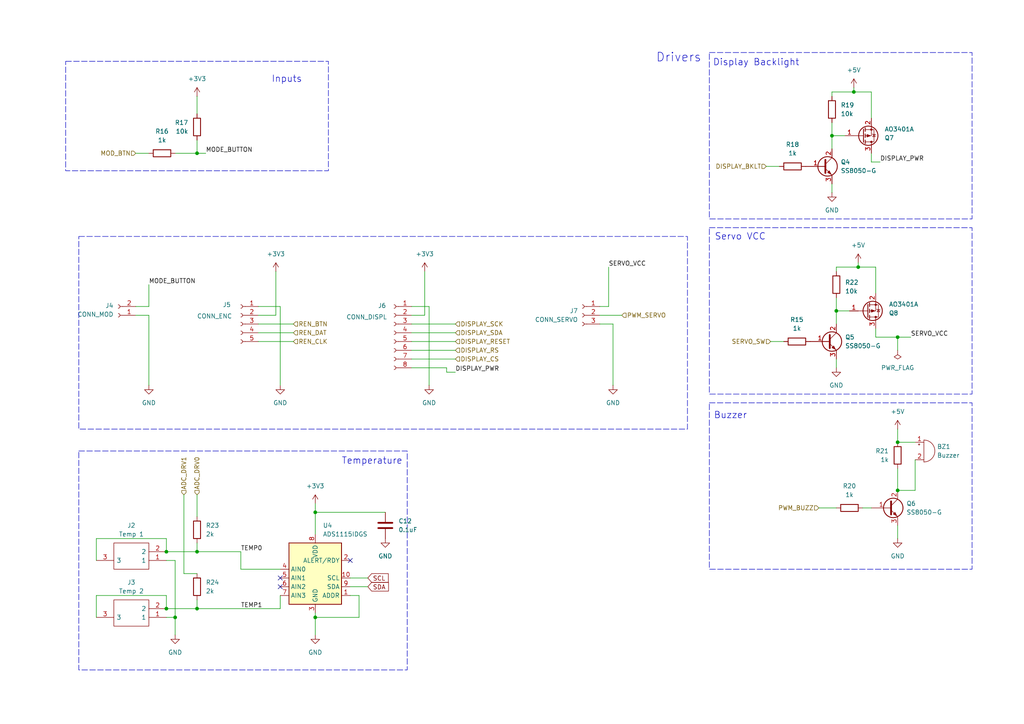
<source format=kicad_sch>
(kicad_sch (version 20231120) (generator "eeschema") (generator_version "8.0")
  (paper "A4")
  (lib_symbols
    (symbol "Analog_ADC:ADS1115IDGS"
      (property "Reference" "U" (at 2.54 13.97 0))
      (property "Value" "ADS1115IDGS" (at 7.62 11.43 0))
      (symbol "ADS1115IDGS_0_1"
        (rectangle (start -7.62 10.16) (end 7.62 -7.62) (stroke (width 0.254)) (fill (type background)))
      )
      (symbol "ADS1115IDGS_1_1"
        (pin input line (at 10.16 -5.08 180) (length 2.54) (name "ADDR") (number "1"))
        (pin input line (at 10.16 0 180) (length 2.54) (name "SCL") (number "10"))
        (pin output line (at 10.16 5.08 180) (length 2.54) (name "ALERT/RDY") (number "2"))
        (pin power_in line (at 0 -10.16 90) (length 2.54) (name "GND") (number "3"))
        (pin input line (at -10.16 2.54 0) (length 2.54) (name "AIN0") (number "4"))
        (pin input line (at -10.16 0 0) (length 2.54) (name "AIN1") (number "5"))
        (pin input line (at -10.16 -2.54 0) (length 2.54) (name "AIN2") (number "6"))
        (pin input line (at -10.16 -5.08 0) (length 2.54) (name "AIN3") (number "7"))
        (pin power_in line (at 0 12.7 270) (length 2.54) (name "VDD") (number "8"))
        (pin bidirectional line (at 10.16 -2.54 180) (length 2.54) (name "SDA") (number "9"))
      )
    )
    (symbol "Chof747 Connectors:MJ-2509N" (pin_names (offset 0.762))
      (property "Reference" "J2" (at 10.16 -8.89 0))
      (property "Value" "Temp 1" (at 10.16 -6.35 0))
      (symbol "MJ-2509N_0_0"
        (pin passive line (at 0 0 0) (length 5.08) (name "1") (number "1"))
        (pin passive line (at 0 -2.54 0) (length 5.08) (name "2") (number "2"))
        (pin passive line (at 20.32 0 180) (length 5.08) (name "3") (number "3"))
      )
      (symbol "MJ-2509N_0_1"
        (polyline (pts (xy 5.08 2.54) (xy 15.24 2.54) (xy 15.24 -5.08) (xy 5.08 -5.08) (xy 5.08 2.54)) (stroke (width 0.1524)))
      )
    )
    (symbol "Connector:Conn_01x02_Socket" (pin_names (offset 1.016) hide)
      (property "Reference" "J" (at 0 2.54 0))
      (property "Value" "Conn_01x02_Socket" (at 0 -5.08 0))
      (symbol "Conn_01x02_Socket_1_1"
        (arc (start 0 -2.032) (mid -0.5058 -2.54) (end 0 -3.048) (stroke (width 0.1524)))
        (polyline (pts (xy -1.27 -2.54) (xy -0.508 -2.54)) (stroke (width 0.1524)))
        (polyline (pts (xy -1.27 0) (xy -0.508 0)) (stroke (width 0.1524)))
        (arc (start 0 0.508) (mid -0.5058 0) (end 0 -0.508) (stroke (width 0.1524)))
        (pin passive line (at -5.08 0 0) (length 3.81) (name "Pin_1") (number "1"))
        (pin passive line (at -5.08 -2.54 0) (length 3.81) (name "Pin_2") (number "2"))
      )
    )
    (symbol "Connector:Conn_01x03_Socket" (pin_names (offset 1.016) hide)
      (property "Reference" "J" (at 0 5.08 0))
      (property "Value" "Conn_01x03_Socket" (at 0 -5.08 0))
      (symbol "Conn_01x03_Socket_1_1"
        (arc (start 0 -2.032) (mid -0.5058 -2.54) (end 0 -3.048) (stroke (width 0.1524)))
        (polyline (pts (xy -1.27 -2.54) (xy -0.508 -2.54)) (stroke (width 0.1524)))
        (polyline (pts (xy -1.27 0) (xy -0.508 0)) (stroke (width 0.1524)))
        (polyline (pts (xy -1.27 2.54) (xy -0.508 2.54)) (stroke (width 0.1524)))
        (arc (start 0 0.508) (mid -0.5058 0) (end 0 -0.508) (stroke (width 0.1524)))
        (arc (start 0 3.048) (mid -0.5058 2.54) (end 0 2.032) (stroke (width 0.1524)))
        (pin passive line (at -5.08 2.54 0) (length 3.81) (name "Pin_1") (number "1"))
        (pin passive line (at -5.08 0 0) (length 3.81) (name "Pin_2") (number "2"))
        (pin passive line (at -5.08 -2.54 0) (length 3.81) (name "Pin_3") (number "3"))
      )
    )
    (symbol "Connector:Conn_01x05_Socket" (pin_names (offset 1.016) hide)
      (property "Reference" "J" (at 0 7.62 0))
      (property "Value" "Conn_01x05_Socket" (at 0 -7.62 0))
      (symbol "Conn_01x05_Socket_1_1"
        (arc (start 0 -4.572) (mid -0.5058 -5.08) (end 0 -5.588) (stroke (width 0.1524)))
        (arc (start 0 -2.032) (mid -0.5058 -2.54) (end 0 -3.048) (stroke (width 0.1524)))
        (polyline (pts (xy -1.27 -5.08) (xy -0.508 -5.08)) (stroke (width 0.1524)))
        (polyline (pts (xy -1.27 -2.54) (xy -0.508 -2.54)) (stroke (width 0.1524)))
        (polyline (pts (xy -1.27 0) (xy -0.508 0)) (stroke (width 0.1524)))
        (polyline (pts (xy -1.27 2.54) (xy -0.508 2.54)) (stroke (width 0.1524)))
        (polyline (pts (xy -1.27 5.08) (xy -0.508 5.08)) (stroke (width 0.1524)))
        (arc (start 0 0.508) (mid -0.5058 0) (end 0 -0.508) (stroke (width 0.1524)))
        (arc (start 0 3.048) (mid -0.5058 2.54) (end 0 2.032) (stroke (width 0.1524)))
        (arc (start 0 5.588) (mid -0.5058 5.08) (end 0 4.572) (stroke (width 0.1524)))
        (pin passive line (at -5.08 5.08 0) (length 3.81) (name "Pin_1") (number "1"))
        (pin passive line (at -5.08 2.54 0) (length 3.81) (name "Pin_2") (number "2"))
        (pin passive line (at -5.08 0 0) (length 3.81) (name "Pin_3") (number "3"))
        (pin passive line (at -5.08 -2.54 0) (length 3.81) (name "Pin_4") (number "4"))
        (pin passive line (at -5.08 -5.08 0) (length 3.81) (name "Pin_5") (number "5"))
      )
    )
    (symbol "Connector:Conn_01x08_Socket" (pin_names (offset 1.016) hide)
      (property "Reference" "J" (at 0 10.16 0))
      (property "Value" "Conn_01x08_Socket" (at 0 -12.7 0))
      (symbol "Conn_01x08_Socket_1_1"
        (arc (start 0 -9.652) (mid -0.5058 -10.16) (end 0 -10.668) (stroke (width 0.1524)))
        (arc (start 0 -7.112) (mid -0.5058 -7.62) (end 0 -8.128) (stroke (width 0.1524)))
        (arc (start 0 -4.572) (mid -0.5058 -5.08) (end 0 -5.588) (stroke (width 0.1524)))
        (arc (start 0 -2.032) (mid -0.5058 -2.54) (end 0 -3.048) (stroke (width 0.1524)))
        (polyline (pts (xy -1.27 -10.16) (xy -0.508 -10.16)) (stroke (width 0.1524)))
        (polyline (pts (xy -1.27 -7.62) (xy -0.508 -7.62)) (stroke (width 0.1524)))
        (polyline (pts (xy -1.27 -5.08) (xy -0.508 -5.08)) (stroke (width 0.1524)))
        (polyline (pts (xy -1.27 -2.54) (xy -0.508 -2.54)) (stroke (width 0.1524)))
        (polyline (pts (xy -1.27 0) (xy -0.508 0)) (stroke (width 0.1524)))
        (polyline (pts (xy -1.27 2.54) (xy -0.508 2.54)) (stroke (width 0.1524)))
        (polyline (pts (xy -1.27 5.08) (xy -0.508 5.08)) (stroke (width 0.1524)))
        (polyline (pts (xy -1.27 7.62) (xy -0.508 7.62)) (stroke (width 0.1524)))
        (arc (start 0 0.508) (mid -0.5058 0) (end 0 -0.508) (stroke (width 0.1524)))
        (arc (start 0 3.048) (mid -0.5058 2.54) (end 0 2.032) (stroke (width 0.1524)))
        (arc (start 0 5.588) (mid -0.5058 5.08) (end 0 4.572) (stroke (width 0.1524)))
        (arc (start 0 8.128) (mid -0.5058 7.62) (end 0 7.112) (stroke (width 0.1524)))
        (pin passive line (at -5.08 7.62 0) (length 3.81) (name "Pin_1") (number "1"))
        (pin passive line (at -5.08 5.08 0) (length 3.81) (name "Pin_2") (number "2"))
        (pin passive line (at -5.08 2.54 0) (length 3.81) (name "Pin_3") (number "3"))
        (pin passive line (at -5.08 0 0) (length 3.81) (name "Pin_4") (number "4"))
        (pin passive line (at -5.08 -2.54 0) (length 3.81) (name "Pin_5") (number "5"))
        (pin passive line (at -5.08 -5.08 0) (length 3.81) (name "Pin_6") (number "6"))
        (pin passive line (at -5.08 -7.62 0) (length 3.81) (name "Pin_7") (number "7"))
        (pin passive line (at -5.08 -10.16 0) (length 3.81) (name "Pin_8") (number "8"))
      )
    )
    (symbol "Device:Buzzer" (pin_names (offset 0.0254) hide)
      (property "Reference" "BZ" (at 3.81 1.27 0))
      (property "Value" "Buzzer" (at 3.81 -1.27 0))
      (symbol "Buzzer_0_1"
        (arc (start 0 -3.175) (mid 3.1612 0) (end 0 3.175))
        (polyline (pts (xy -1.651 1.905) (xy -1.143 1.905)))
        (polyline (pts (xy -1.397 2.159) (xy -1.397 1.651)))
        (polyline (pts (xy 0 3.175) (xy 0 -3.175)))
      )
      (symbol "Buzzer_1_1"
        (pin passive line (at -2.54 2.54 0) (length 2.54) (name "+") (number "1"))
        (pin passive line (at -2.54 -2.54 0) (length 2.54) (name "-") (number "2"))
      )
    )
    (symbol "Device:C" (pin_numbers hide) (pin_names (offset 0.254))
      (property "Reference" "C" (at 0.635 2.54 0))
      (property "Value" "C" (at 0.635 -2.54 0))
      (symbol "C_0_1"
        (polyline (pts (xy -2.032 -0.762) (xy 2.032 -0.762)) (stroke (width 0.508)))
        (polyline (pts (xy -2.032 0.762) (xy 2.032 0.762)) (stroke (width 0.508)))
      )
      (symbol "C_1_1"
        (pin passive line (at 0 3.81 270) (length 2.794) (name "~") (number "1"))
        (pin passive line (at 0 -3.81 90) (length 2.794) (name "~") (number "2"))
      )
    )
    (symbol "Device:Q_NPN_BCE" (pin_names (offset 0) hide)
      (property "Reference" "Q" (at 5.08 1.27 0))
      (property "Value" "Q_NPN_BCE" (at 5.08 -1.27 0))
      (symbol "Q_NPN_BCE_0_1"
        (polyline (pts (xy 0.635 0.635) (xy 2.54 2.54)))
        (polyline (pts (xy 0.635 -0.635) (xy 2.54 -2.54) (xy 2.54 -2.54)))
        (polyline (pts (xy 0.635 1.905) (xy 0.635 -1.905) (xy 0.635 -1.905)) (stroke (width 0.508)))
        (polyline (pts (xy 1.27 -1.778) (xy 1.778 -1.27) (xy 2.286 -2.286) (xy 1.27 -1.778) (xy 1.27 -1.778)) (fill (type outline)))
        (circle (center 1.27 0) (radius 2.8194) (stroke (width 0.254)))
      )
      (symbol "Q_NPN_BCE_1_1"
        (pin input line (at -5.08 0 0) (length 5.715) (name "B") (number "1"))
        (pin passive line (at 2.54 5.08 270) (length 2.54) (name "C") (number "2"))
        (pin passive line (at 2.54 -5.08 90) (length 2.54) (name "E") (number "3"))
      )
    )
    (symbol "Device:R" (pin_numbers hide) (pin_names (offset 0))
      (property "Reference" "R" (at 2.032 0 90))
      (property "Value" "R" (at 0 0 90))
      (symbol "R_0_1"
        (rectangle (start -1.016 -2.54) (end 1.016 2.54) (stroke (width 0.254)))
      )
      (symbol "R_1_1"
        (pin passive line (at 0 3.81 270) (length 1.27) (name "~") (number "1"))
        (pin passive line (at 0 -3.81 90) (length 1.27) (name "~") (number "2"))
      )
    )
    (symbol "Transistor_FET:AO3401A" (pin_names hide)
      (property "Reference" "Q" (at 5.08 1.905 0))
      (property "Value" "AO3401A" (at 5.08 0 0))
      (symbol "AO3401A_0_1"
        (polyline (pts (xy 0.254 0) (xy -2.54 0)))
        (polyline (pts (xy 0.254 1.905) (xy 0.254 -1.905)) (stroke (width 0.254)))
        (polyline (pts (xy 0.762 -1.27) (xy 0.762 -2.286)) (stroke (width 0.254)))
        (polyline (pts (xy 0.762 0.508) (xy 0.762 -0.508)) (stroke (width 0.254)))
        (polyline (pts (xy 0.762 2.286) (xy 0.762 1.27)) (stroke (width 0.254)))
        (polyline (pts (xy 2.54 2.54) (xy 2.54 1.778)))
        (polyline (pts (xy 2.54 -2.54) (xy 2.54 0) (xy 0.762 0)))
        (polyline (pts (xy 0.762 1.778) (xy 3.302 1.778) (xy 3.302 -1.778) (xy 0.762 -1.778)))
        (polyline (pts (xy 2.286 0) (xy 1.27 0.381) (xy 1.27 -0.381) (xy 2.286 0)) (fill (type outline)))
        (polyline (pts (xy 2.794 -0.508) (xy 2.921 -0.381) (xy 3.683 -0.381) (xy 3.81 -0.254)))
        (polyline (pts (xy 3.302 -0.381) (xy 2.921 0.254) (xy 3.683 0.254) (xy 3.302 -0.381)))
        (circle (center 1.651 0) (radius 2.794) (stroke (width 0.254)))
        (circle (center 2.54 -1.778) (radius 0.254) (fill (type outline)))
        (circle (center 2.54 1.778) (radius 0.254) (fill (type outline)))
      )
      (symbol "AO3401A_1_1"
        (pin input line (at -5.08 0 0) (length 2.54) (name "G") (number "1"))
        (pin passive line (at 2.54 -5.08 90) (length 2.54) (name "S") (number "2"))
        (pin passive line (at 2.54 5.08 270) (length 2.54) (name "D") (number "3"))
      )
    )
    (symbol "power:+3V3" (power) (pin_numbers hide) (pin_names (offset 0) hide)
      (property "Value" "+3V3" (at 0 3.556 0))
      (symbol "+3V3_0_1"
        (polyline (pts (xy -0.762 1.27) (xy 0 2.54)))
        (polyline (pts (xy 0 0) (xy 0 2.54)))
        (polyline (pts (xy 0 2.54) (xy 0.762 1.27)))
      )
      (symbol "+3V3_1_1"
        (pin power_in line (at 0 0 90) (length 0) (name "~") (number "1"))
      )
    )
    (symbol "power:+5V" (power) (pin_numbers hide) (pin_names (offset 0) hide)
      (property "Value" "+5V" (at 0 3.556 0))
      (symbol "+5V_0_1"
        (polyline (pts (xy -0.762 1.27) (xy 0 2.54)))
        (polyline (pts (xy 0 0) (xy 0 2.54)))
        (polyline (pts (xy 0 2.54) (xy 0.762 1.27)))
      )
      (symbol "+5V_1_1"
        (pin power_in line (at 0 0 90) (length 0) (name "~") (number "1"))
      )
    )
    (symbol "power:GND" (power) (pin_numbers hide) (pin_names (offset 0) hide)
      (property "Value" "GND" (at 0 -3.81 0))
      (symbol "GND_0_1"
        (polyline (pts (xy 0 0) (xy 0 -1.27) (xy 1.27 -1.27) (xy 0 -2.54) (xy -1.27 -1.27) (xy 0 -1.27)))
      )
      (symbol "GND_1_1"
        (pin power_in line (at 0 0 270) (length 0) (name "~") (number "1"))
      )
    )
    (symbol "power:PWR_FLAG" (power) (pin_numbers hide) (pin_names (offset 0) hide)
      (property "Value" "PWR_FLAG" (at 0 3.81 0))
      (symbol "PWR_FLAG_0_0"
        (pin power_out line (at 0 0 90) (length 0) (name "~") (number "1"))
      )
      (symbol "PWR_FLAG_0_1"
        (polyline (pts (xy 0 0) (xy 0 1.27) (xy -1.016 1.905) (xy 0 2.54) (xy 1.016 1.905) (xy 0 1.27)))
      )
    )
  )
  (junction (at 57.15 160.02))
  (junction (at 48.26 176.53))
  (junction (at 260.35 128.27))
  (junction (at 260.35 142.24))
  (junction (at 91.44 179.07))
  (junction (at 57.15 44.45))
  (junction (at 91.44 148.59))
  (junction (at 241.3 39.37))
  (junction (at 242.57 90.17))
  (junction (at 247.65 26.67))
  (junction (at 248.92 77.47))
  (junction (at 57.15 176.53))
  (junction (at 48.26 160.02))
  (junction (at 260.35 97.79))
  (junction (at 50.8 179.07))
  (no_connect (at 81.28 170.18))
  (no_connect (at 101.6 162.56))
  (no_connect (at 81.28 167.64))
  (wire (pts (xy 173.99 93.98) (xy 177.8 93.98)))
  (wire (pts (xy 254 77.47) (xy 254 85.09)))
  (wire (pts (xy 237.49 147.32) (xy 242.57 147.32)))
  (wire (pts (xy 129.54 107.95) (xy 132.08 107.95)))
  (wire (pts (xy 50.8 44.45) (xy 57.15 44.45)))
  (wire (pts (xy 81.28 111.76) (xy 81.28 88.9)))
  (wire (pts (xy 247.65 25.4) (xy 247.65 26.67)))
  (wire (pts (xy 91.44 179.07) (xy 91.44 184.15)))
  (wire (pts (xy 248.92 77.47) (xy 254 77.47)))
  (wire (pts (xy 247.65 26.67) (xy 241.3 26.67)))
  (wire (pts (xy 119.38 93.98) (xy 132.08 93.98)))
  (wire (pts (xy 48.26 176.53) (xy 57.15 176.53)))
  (wire (pts (xy 59.69 44.45) (xy 57.15 44.45)))
  (wire (pts (xy 242.57 90.17) (xy 246.38 90.17)))
  (wire (pts (xy 119.38 101.6) (xy 132.08 101.6)))
  (wire (pts (xy 254 97.79) (xy 260.35 97.79)))
  (wire (pts (xy 74.93 99.06) (xy 85.09 99.06)))
  (wire (pts (xy 81.28 88.9) (xy 74.93 88.9)))
  (wire (pts (xy 57.15 157.48) (xy 57.15 160.02)))
  (wire (pts (xy 80.01 78.74) (xy 80.01 91.44)))
  (wire (pts (xy 57.15 173.99) (xy 57.15 176.53)))
  (wire (pts (xy 265.43 133.35) (xy 265.43 142.24)))
  (wire (pts (xy 27.94 162.56) (xy 27.94 156.21)))
  (wire (pts (xy 242.57 77.47) (xy 242.57 78.74)))
  (wire (pts (xy 250.19 147.32) (xy 252.73 147.32)))
  (wire (pts (xy 48.26 156.21) (xy 48.26 160.02)))
  (wire (pts (xy 101.6 167.64) (xy 106.68 167.64)))
  (wire (pts (xy 48.26 179.07) (xy 50.8 179.07)))
  (wire (pts (xy 27.94 156.21) (xy 48.26 156.21)))
  (wire (pts (xy 27.94 179.07) (xy 27.94 172.72)))
  (wire (pts (xy 50.8 179.07) (xy 50.8 184.15)))
  (wire (pts (xy 39.37 44.45) (xy 43.18 44.45)))
  (wire (pts (xy 242.57 104.14) (xy 242.57 106.68)))
  (wire (pts (xy 176.53 77.47) (xy 176.53 88.9)))
  (wire (pts (xy 265.43 142.24) (xy 260.35 142.24)))
  (wire (pts (xy 241.3 53.34) (xy 241.3 55.88)))
  (wire (pts (xy 43.18 88.9) (xy 43.18 82.55)))
  (wire (pts (xy 48.26 172.72) (xy 48.26 176.53)))
  (wire (pts (xy 248.92 76.2) (xy 248.92 77.47)))
  (wire (pts (xy 101.6 172.72) (xy 104.14 172.72)))
  (wire (pts (xy 241.3 39.37) (xy 245.11 39.37)))
  (wire (pts (xy 252.73 26.67) (xy 252.73 34.29)))
  (wire (pts (xy 91.44 146.05) (xy 91.44 148.59)))
  (wire (pts (xy 27.94 172.72) (xy 48.26 172.72)))
  (wire (pts (xy 260.35 128.27) (xy 265.43 128.27)))
  (wire (pts (xy 124.46 88.9) (xy 124.46 111.76)))
  (wire (pts (xy 57.15 160.02) (xy 69.85 160.02)))
  (wire (pts (xy 57.15 27.94) (xy 57.15 33.02)))
  (wire (pts (xy 252.73 44.45) (xy 252.73 46.99)))
  (wire (pts (xy 260.35 97.79) (xy 260.35 101.6)))
  (wire (pts (xy 260.35 124.46) (xy 260.35 128.27)))
  (wire (pts (xy 57.15 176.53) (xy 81.28 176.53)))
  (wire (pts (xy 247.65 26.67) (xy 252.73 26.67)))
  (wire (pts (xy 74.93 91.44) (xy 80.01 91.44)))
  (wire (pts (xy 104.14 172.72) (xy 104.14 179.07)))
  (wire (pts (xy 260.35 152.4) (xy 260.35 156.21)))
  (wire (pts (xy 50.8 162.56) (xy 50.8 179.07)))
  (wire (pts (xy 48.26 162.56) (xy 50.8 162.56)))
  (wire (pts (xy 57.15 143.51) (xy 57.15 149.86)))
  (wire (pts (xy 57.15 166.37) (xy 53.34 166.37)))
  (wire (pts (xy 104.14 179.07) (xy 91.44 179.07)))
  (wire (pts (xy 241.3 35.56) (xy 241.3 39.37)))
  (wire (pts (xy 43.18 91.44) (xy 39.37 91.44)))
  (wire (pts (xy 69.85 165.1) (xy 81.28 165.1)))
  (wire (pts (xy 254 95.25) (xy 254 97.79)))
  (wire (pts (xy 241.3 39.37) (xy 241.3 43.18)))
  (wire (pts (xy 242.57 90.17) (xy 242.57 93.98)))
  (wire (pts (xy 74.93 96.52) (xy 85.09 96.52)))
  (wire (pts (xy 48.26 160.02) (xy 57.15 160.02)))
  (wire (pts (xy 241.3 26.67) (xy 241.3 27.94)))
  (wire (pts (xy 91.44 148.59) (xy 111.76 148.59)))
  (wire (pts (xy 119.38 88.9) (xy 124.46 88.9)))
  (wire (pts (xy 119.38 104.14) (xy 132.08 104.14)))
  (wire (pts (xy 252.73 46.99) (xy 255.27 46.99)))
  (wire (pts (xy 242.57 86.36) (xy 242.57 90.17)))
  (wire (pts (xy 223.52 99.06) (xy 227.33 99.06)))
  (wire (pts (xy 119.38 99.06) (xy 132.08 99.06)))
  (wire (pts (xy 91.44 177.8) (xy 91.44 179.07)))
  (wire (pts (xy 69.85 160.02) (xy 69.85 165.1)))
  (wire (pts (xy 53.34 143.51) (xy 53.34 166.37)))
  (wire (pts (xy 119.38 106.68) (xy 129.54 106.68)))
  (wire (pts (xy 123.19 78.74) (xy 123.19 91.44)))
  (wire (pts (xy 119.38 96.52) (xy 132.08 96.52)))
  (wire (pts (xy 123.19 91.44) (xy 119.38 91.44)))
  (wire (pts (xy 173.99 88.9) (xy 176.53 88.9)))
  (wire (pts (xy 57.15 40.64) (xy 57.15 44.45)))
  (wire (pts (xy 129.54 106.68) (xy 129.54 107.95)))
  (wire (pts (xy 43.18 111.76) (xy 43.18 91.44)))
  (wire (pts (xy 248.92 77.47) (xy 242.57 77.47)))
  (wire (pts (xy 91.44 148.59) (xy 91.44 154.94)))
  (wire (pts (xy 173.99 91.44) (xy 180.34 91.44)))
  (wire (pts (xy 260.35 97.79) (xy 264.16 97.79)))
  (wire (pts (xy 74.93 93.98) (xy 85.09 93.98)))
  (wire (pts (xy 81.28 172.72) (xy 81.28 176.53)))
  (wire (pts (xy 101.6 170.18) (xy 106.68 170.18)))
  (wire (pts (xy 222.25 48.26) (xy 226.06 48.26)))
  (wire (pts (xy 260.35 135.89) (xy 260.35 142.24)))
  (wire (pts (xy 39.37 88.9) (xy 43.18 88.9)))
  (wire (pts (xy 177.8 93.98) (xy 177.8 111.76)))
  (rectangle (start 22.86 130.81) (end 118.11 194.31) (stroke (width 0) (type dash)))
  (rectangle (start 205.74 116.84) (end 281.94 165.1) (stroke (width 0) (type dash)))
  (rectangle (start 205.74 15.24) (end 281.94 63.5) (stroke (width 0) (type dash)))
  (rectangle (start 205.74 66.04) (end 281.94 114.3) (stroke (width 0) (type dash)))
  (rectangle (start 22.86 68.58) (end 199.39 124.46) (stroke (width 0) (type dash)))
  (rectangle (start 19.05 17.78) (end 95.25 49.53) (stroke (width 0) (type dash)))
  (text "Temperature" (at 99.06 134.874 0) (effects (font (size 1.905 1.905)) (justify left bottom)))
  (text "Servo VCC" (at 207.264 69.85 0) (effects (font (size 1.905 1.905)) (justify left bottom)))
  (text "Inputs" (at 78.74 24.13 0) (effects (font (size 1.905 1.905)) (justify left bottom)))
  (text "Drivers" (at 196.85 16.764 0) (effects (font (size 2.54 2.54))))
  (text "Buzzer" (at 207.01 121.666 0) (effects (font (size 1.905 1.905)) (justify left bottom)))
  (text "Display Backlight" (at 206.756 19.304 0) (effects (font (size 1.905 1.905)) (justify left bottom)))
  (label "DISPLAY_PWR" (at 255.27 46.99 0))
  (label "SERVO_VCC" (at 176.53 77.47 0))
  (label "MODE_BUTTON" (at 59.69 44.45 0))
  (label "TEMP1" (at 69.85 176.53 0))
  (label "DISPLAY_PWR" (at 132.08 107.95 0))
  (label "SERVO_VCC" (at 264.16 97.79 0))
  (label "TEMP0" (at 69.85 160.02 0))
  (label "MODE_BUTTON" (at 43.18 82.55 0))
  (global_label "SCL" (shape input) (at 106.68 167.64 0) (property "Intersheetrefs" "${INTERSHEET_REFS}" (effects (hide yes))))
  (global_label "SDA" (shape input) (at 106.68 170.18 0) (property "Intersheetrefs" "${INTERSHEET_REFS}" (effects (hide yes))))
  (hierarchical_label "PWM_SERVO" (shape input) (at 180.34 91.44 0))
  (hierarchical_label "DISPLAY_RESET" (shape input) (at 132.08 99.06 0))
  (hierarchical_label "REN_DAT" (shape input) (at 85.09 96.52 0))
  (hierarchical_label "ADC_DRV0" (shape input) (at 57.15 143.51 90))
  (hierarchical_label "REN_BTN" (shape input) (at 85.09 93.98 0))
  (hierarchical_label "MOD_BTN" (shape input) (at 39.37 44.45 180))
  (hierarchical_label "DISPLAY_SCK" (shape input) (at 132.08 93.98 0))
  (hierarchical_label "SERVO_SW" (shape input) (at 223.52 99.06 180))
  (hierarchical_label "DISPLAY_RS" (shape input) (at 132.08 101.6 0))
  (hierarchical_label "DISPLAY_SDA" (shape input) (at 132.08 96.52 0))
  (hierarchical_label "ADC_DRV1" (shape input) (at 53.34 143.51 90))
  (hierarchical_label "REN_CLK" (shape input) (at 85.09 99.06 0))
  (hierarchical_label "DISPLAY_BKLT" (shape input) (at 222.25 48.26 180))
  (hierarchical_label "PWM_BUZZ" (shape input) (at 237.49 147.32 180))
  (hierarchical_label "DISPLAY_CS" (shape input) (at 132.08 104.14 0))
  (symbol (lib_id "Connector:Conn_01x05_Socket") (at 69.85 93.98 0) (mirror y) (unit 1)
    (property "Reference" "J5" (at 65.786 88.392 0))
    (property "Value" "CONN_ENC" (at 62.23 91.694 0))
    (property "Footprint" "Connector_PinSocket_2.54mm:PinSocket_1x05_P2.54mm_Vertical" (effects (hide yes)))
    (property "Description" "Generic connector, single row, 01x05, script generated" (effects (hide yes)))
  )
  (symbol (lib_id "Device:R") (at 57.15 36.83 0) (mirror x) (unit 1)
    (property "Reference" "R17" (at 54.61 35.5599 0) (effects (justify right)))
    (property "Value" "10k" (at 54.61 38.0999 0) (effects (justify right)))
    (property "Footprint" "Resistor_SMD:R_0603_1608Metric_Pad0.98x0.95mm_HandSolder" (effects (hide yes)))
  )
  (symbol (lib_id "power:+3V3") (at 91.44 146.05 0) (unit 1)
    (property "Reference" "#PWR021" (effects (hide yes)))
    (property "Value" "+3V3" (at 91.44 140.97 0))
    (property "Description" "Power symbol creates a global label with name \"+3V3\"" (effects (hide yes)))
  )
  (symbol (lib_id "Connector:Conn_01x03_Socket") (at 168.91 91.44 0) (mirror y) (unit 1)
    (property "Reference" "J7" (at 167.64 90.1699 0) (effects (justify left)))
    (property "Value" "CONN_SERVO" (at 167.64 92.7099 0) (effects (justify left)))
    (property "Footprint" "Connector_PinSocket_2.54mm:PinSocket_1x03_P2.54mm_Vertical" (effects (hide yes)))
    (property "Description" "Generic connector, single row, 01x03, script generated" (effects (hide yes)))
  )
  (symbol (lib_id "power:+5V") (at 248.92 76.2 0) (unit 1)
    (property "Reference" "#PWR017" (effects (hide yes)))
    (property "Value" "+5V" (at 248.92 71.12 0))
    (property "Description" "Power symbol creates a global label with name \"+5V\"" (effects (hide yes)))
  )
  (symbol (lib_id "Chof747 Connectors:MJ-2509N") (at 48.26 162.56 180) (unit 1)
    (property "Reference" "J2" (at 38.1 152.4 0))
    (property "Value" "Temp 1" (at 38.1 154.94 0))
    (property "Footprint" "MJ2509N" (effects (hide yes)))
    (property "Datasheet" "https://www.cui.com/product/resource/digikeypdf/mj-2509n.pdf" (effects (hide yes)))
    (property "Description" "Phone Connectors Audio Jacks" (effects (hide yes)))
    (property "Height" "5" (effects (hide yes)))
    (property "Manufacturer_Name" "CUI Inc." (effects (hide yes)))
    (property "Manufacturer_Part_Number" "MJ-2509N" (effects (hide yes)))
    (property "Mouser Part Number" "490-MJ-2509N" (effects (hide yes)))
    (property "Mouser Price/Stock" "https://www.mouser.co.uk/ProductDetail/CUI-Devices/MJ-2509N?qs=WyjlAZoYn53PDc56LTmBGw%3D%3D" (effects (hide yes)))
    (property "Arrow Part Number" "MJ-2509N" (effects (hide yes)))
    (property "Arrow Price/Stock" "https://www.arrow.com/en/products/mj-2509n/cui-inc" (effects (hide yes)))
  )
  (symbol (lib_id "power:GND") (at 124.46 111.76 0) (unit 1)
    (property "Reference" "#PWR032" (effects (hide yes)))
    (property "Value" "GND" (at 124.46 116.84 0))
    (property "Description" "Power symbol creates a global label with name \"GND\" , ground" (effects (hide yes)))
  )
  (symbol (lib_id "power:+3V3") (at 123.19 78.74 0) (unit 1)
    (property "Reference" "#PWR034" (effects (hide yes)))
    (property "Value" "+3V3" (at 123.19 73.66 0))
    (property "Description" "Power symbol creates a global label with name \"+3V3\"" (effects (hide yes)))
  )
  (symbol (lib_id "power:GND") (at 50.8 184.15 0) (unit 1)
    (property "Reference" "#PWR018" (effects (hide yes)))
    (property "Value" "GND" (at 50.8 189.23 0))
    (property "Description" "Power symbol creates a global label with name \"GND\" , ground" (effects (hide yes)))
  )
  (symbol (lib_id "Chof747 Connectors:MJ-2509N") (at 48.26 179.07 180) (unit 1)
    (property "Reference" "J3" (at 38.1 168.91 0))
    (property "Value" "Temp 2" (at 38.1 171.45 0))
    (property "Footprint" "MJ2509N" (effects (hide yes)))
    (property "Datasheet" "https://www.cui.com/product/resource/digikeypdf/mj-2509n.pdf" (effects (hide yes)))
    (property "Description" "Phone Connectors Audio Jacks" (effects (hide yes)))
    (property "Height" "5" (effects (hide yes)))
    (property "Manufacturer_Name" "CUI Inc." (effects (hide yes)))
    (property "Manufacturer_Part_Number" "MJ-2509N" (effects (hide yes)))
    (property "Mouser Part Number" "490-MJ-2509N" (effects (hide yes)))
    (property "Mouser Price/Stock" "https://www.mouser.co.uk/ProductDetail/CUI-Devices/MJ-2509N?qs=WyjlAZoYn53PDc56LTmBGw%3D%3D" (effects (hide yes)))
    (property "Arrow Part Number" "MJ-2509N" (effects (hide yes)))
    (property "Arrow Price/Stock" "https://www.arrow.com/en/products/mj-2509n/cui-inc" (effects (hide yes)))
  )
  (symbol (lib_id "Device:Q_NPN_BCE") (at 257.81 147.32 0) (unit 1)
    (property "Reference" "Q6" (at 262.89 146.0499 0) (effects (justify left)))
    (property "Value" "SS8050-G" (at 262.89 148.5899 0) (effects (justify left)))
    (property "Footprint" "Package_TO_SOT_SMD:SOT-23" (effects (hide yes)))
  )
  (symbol (lib_id "power:+5V") (at 247.65 25.4 0) (unit 1)
    (property "Reference" "#PWR013" (effects (hide yes)))
    (property "Value" "+5V" (at 247.65 20.32 0))
    (property "Description" "Power symbol creates a global label with name \"+5V\"" (effects (hide yes)))
  )
  (symbol (lib_id "power:GND") (at 241.3 55.88 0) (unit 1)
    (property "Reference" "#PWR014" (effects (hide yes)))
    (property "Value" "GND" (at 241.3 60.96 0))
    (property "Description" "Power symbol creates a global label with name \"GND\" , ground" (effects (hide yes)))
  )
  (symbol (lib_id "power:GND") (at 81.28 111.76 0) (unit 1)
    (property "Reference" "#PWR031" (effects (hide yes)))
    (property "Value" "GND" (at 81.28 116.84 0))
    (property "Description" "Power symbol creates a global label with name \"GND\" , ground" (effects (hide yes)))
  )
  (symbol (lib_id "power:GND") (at 111.76 156.21 0) (unit 1)
    (property "Reference" "#PWR041" (effects (hide yes)))
    (property "Value" "GND" (at 111.76 161.29 0))
    (property "Description" "Power symbol creates a global label with name \"GND\" , ground" (effects (hide yes)))
  )
  (symbol (lib_id "Device:R") (at 229.87 48.26 270) (unit 1)
    (property "Reference" "R18" (at 229.87 41.91 90))
    (property "Value" "1k" (at 229.87 44.45 90))
    (property "Footprint" "Resistor_SMD:R_0603_1608Metric_Pad0.98x0.95mm_HandSolder" (effects (hide yes)))
  )
  (symbol (lib_id "Device:Q_NPN_BCE") (at 240.03 99.06 0) (unit 1)
    (property "Reference" "Q5" (at 245.11 97.7899 0) (effects (justify left)))
    (property "Value" "SS8050-G" (at 245.11 100.3299 0) (effects (justify left)))
    (property "Footprint" "Package_TO_SOT_SMD:SOT-23" (effects (hide yes)))
  )
  (symbol (lib_id "Transistor_FET:AO3401A") (at 251.46 90.17 0) (mirror x) (unit 1)
    (property "Reference" "Q8" (at 257.81 90.805 0) (effects (justify left)))
    (property "Value" "AO3401A" (at 257.81 88.265 0) (effects (justify left)))
    (property "Footprint" "Package_TO_SOT_SMD:SOT-23" (effects (hide yes)))
    (property "Datasheet" "http://www.aosmd.com/pdfs/datasheet/AO3401A.pdf" (effects (hide yes)))
    (property "Description" "-4.0A Id, -30V Vds, P-Channel MOSFET, SOT-23" (effects (hide yes)))
  )
  (symbol (lib_id "Device:Buzzer") (at 267.97 130.81 0) (unit 1)
    (property "Reference" "BZ1" (at 271.78 129.5399 0) (effects (justify left)))
    (property "Value" "Buzzer" (at 271.78 132.0799 0) (effects (justify left)))
    (property "Footprint" "Chof747 Footprints:PS1240P02BT" (effects (hide yes)))
    (property "Description" "Buzzer, polarized" (effects (hide yes)))
  )
  (symbol (lib_id "power:GND") (at 242.57 106.68 0) (unit 1)
    (property "Reference" "#PWR016" (effects (hide yes)))
    (property "Value" "GND" (at 242.57 111.76 0))
    (property "Description" "Power symbol creates a global label with name \"GND\" , ground" (effects (hide yes)))
  )
  (symbol (lib_id "Device:R") (at 260.35 132.08 0) (mirror x) (unit 1)
    (property "Reference" "R21" (at 257.81 130.8099 0) (effects (justify right)))
    (property "Value" "1k" (at 257.81 133.3499 0) (effects (justify right)))
    (property "Footprint" "Resistor_SMD:R_0603_1608Metric_Pad0.98x0.95mm_HandSolder" (effects (hide yes)))
  )
  (symbol (lib_id "Connector:Conn_01x08_Socket") (at 114.3 96.52 0) (mirror y) (unit 1)
    (property "Reference" "J6" (at 112.014 88.646 0) (effects (justify left)))
    (property "Value" "CONN_DISPL" (at 112.268 91.948 0) (effects (justify left)))
    (property "Footprint" "Connector_PinSocket_2.54mm:PinSocket_1x08_P2.54mm_Vertical" (effects (hide yes)))
    (property "Description" "Generic connector, single row, 01x08, script generated" (effects (hide yes)))
  )
  (symbol (lib_id "Transistor_FET:AO3401A") (at 250.19 39.37 0) (mirror x) (unit 1)
    (property "Reference" "Q7" (at 256.54 40.005 0) (effects (justify left)))
    (property "Value" "AO3401A" (at 256.54 37.465 0) (effects (justify left)))
    (property "Footprint" "Package_TO_SOT_SMD:SOT-23" (effects (hide yes)))
    (property "Datasheet" "http://www.aosmd.com/pdfs/datasheet/AO3401A.pdf" (effects (hide yes)))
    (property "Description" "-4.0A Id, -30V Vds, P-Channel MOSFET, SOT-23" (effects (hide yes)))
  )
  (symbol (lib_id "power:GND") (at 260.35 156.21 0) (unit 1)
    (property "Reference" "#PWR04" (effects (hide yes)))
    (property "Value" "GND" (at 260.35 161.29 0))
    (property "Description" "Power symbol creates a global label with name \"GND\" , ground" (effects (hide yes)))
  )
  (symbol (lib_id "Device:R") (at 246.38 147.32 90) (unit 1)
    (property "Reference" "R20" (at 246.38 140.97 90))
    (property "Value" "1k" (at 246.38 143.51 90))
    (property "Footprint" "Resistor_SMD:R_0603_1608Metric_Pad0.98x0.95mm_HandSolder" (effects (hide yes)))
  )
  (symbol (lib_id "power:+3V3") (at 57.15 27.94 0) (mirror y) (unit 1)
    (property "Reference" "#PWR03" (effects (hide yes)))
    (property "Value" "+3V3" (at 57.15 22.86 0))
  )
  (symbol (lib_id "power:GND") (at 43.18 111.76 0) (unit 1)
    (property "Reference" "#PWR030" (effects (hide yes)))
    (property "Value" "GND" (at 43.18 116.84 0))
    (property "Description" "Power symbol creates a global label with name \"GND\" , ground" (effects (hide yes)))
  )
  (symbol (lib_id "power:+5V") (at 260.35 124.46 0) (unit 1)
    (property "Reference" "#PWR012" (effects (hide yes)))
    (property "Value" "+5V" (at 260.35 119.38 0))
    (property "Description" "Power symbol creates a global label with name \"+5V\"" (effects (hide yes)))
  )
  (symbol (lib_id "Analog_ADC:ADS1115IDGS") (at 91.44 167.64 0) (unit 1)
    (property "Reference" "U4" (at 93.6341 152.4 0) (effects (justify left)))
    (property "Value" "ADS1115IDGS" (at 93.6341 154.94 0) (effects (justify left)))
    (property "Footprint" "Package_SO:TSSOP-10_3x3mm_P0.5mm" (effects (hide yes)))
    (property "Datasheet" "http://www.ti.com/lit/ds/symlink/ads1113.pdf" (effects (hide yes)))
    (property "Description" "Ultra-Small, Low-Power, I2C-Compatible, 860-SPS, 16-Bit ADCs With Internal Reference, Oscillator, and Programmable Comparator, VSSOP-10" (effects (hide yes)))
  )
  (symbol (lib_id "Device:R") (at 241.3 31.75 0) (unit 1)
    (property "Reference" "R19" (at 243.84 30.4799 0) (effects (justify left)))
    (property "Value" "10k" (at 243.84 33.0199 0) (effects (justify left)))
    (property "Footprint" "Resistor_SMD:R_0603_1608Metric_Pad0.98x0.95mm_HandSolder" (effects (hide yes)))
  )
  (symbol (lib_id "Device:R") (at 57.15 153.67 0) (unit 1)
    (property "Reference" "R23" (at 59.69 152.3999 0) (effects (justify left)))
    (property "Value" "2k" (at 59.69 154.9399 0) (effects (justify left)))
    (property "Footprint" "Resistor_SMD:R_0603_1608Metric_Pad0.98x0.95mm_HandSolder" (effects (hide yes)))
  )
  (symbol (lib_id "power:PWR_FLAG") (at 260.35 101.6 180) (unit 1)
    (property "Reference" "#FLG02" (effects (hide yes)))
    (property "Value" "PWR_FLAG" (at 260.35 106.68 0))
    (property "Description" "Special symbol for telling ERC where power comes from" (effects (hide yes)))
  )
  (symbol (lib_id "power:+3V3") (at 80.01 78.74 0) (unit 1)
    (property "Reference" "#PWR033" (effects (hide yes)))
    (property "Value" "+3V3" (at 80.01 73.66 0))
    (property "Description" "Power symbol creates a global label with name \"+3V3\"" (effects (hide yes)))
  )
  (symbol (lib_id "power:GND") (at 177.8 111.76 0) (unit 1)
    (property "Reference" "#PWR035" (effects (hide yes)))
    (property "Value" "GND" (at 177.8 116.84 0))
    (property "Description" "Power symbol creates a global label with name \"GND\" , ground" (effects (hide yes)))
  )
  (symbol (lib_id "power:GND") (at 91.44 184.15 0) (unit 1)
    (property "Reference" "#PWR022" (effects (hide yes)))
    (property "Value" "GND" (at 91.44 189.23 0))
    (property "Description" "Power symbol creates a global label with name \"GND\" , ground" (effects (hide yes)))
  )
  (symbol (lib_id "Connector:Conn_01x02_Socket") (at 34.29 91.44 180) (unit 1)
    (property "Reference" "J4" (at 31.75 88.646 0))
    (property "Value" "CONN_MOD" (at 27.686 91.186 0))
    (property "Footprint" "Connector_PinSocket_2.54mm:PinSocket_1x02_P2.54mm_Vertical" (effects (hide yes)))
    (property "Description" "Generic connector, single row, 01x02, script generated" (effects (hide yes)))
  )
  (symbol (lib_id "Device:C") (at 111.76 152.4 0) (unit 1)
    (property "Reference" "C12" (at 115.57 151.1299 0) (effects (justify left)))
    (property "Value" "0.1uF" (at 115.57 153.6699 0) (effects (justify left)))
    (property "Footprint" "Capacitor_SMD:C_0603_1608Metric_Pad1.08x0.95mm_HandSolder" (effects (hide yes)))
    (property "Description" "Unpolarized capacitor" (effects (hide yes)))
  )
  (symbol (lib_id "Device:R") (at 46.99 44.45 270) (mirror x) (unit 1)
    (property "Reference" "R16" (at 46.99 38.1 90))
    (property "Value" "1k" (at 46.99 40.64 90))
    (property "Footprint" "Resistor_SMD:R_0603_1608Metric_Pad0.98x0.95mm_HandSolder" (effects (hide yes)))
  )
  (symbol (lib_id "Device:Q_NPN_BCE") (at 238.76 48.26 0) (unit 1)
    (property "Reference" "Q4" (at 243.84 46.9899 0) (effects (justify left)))
    (property "Value" "SS8050-G" (at 243.84 49.5299 0) (effects (justify left)))
    (property "Footprint" "Package_TO_SOT_SMD:SOT-23" (effects (hide yes)))
  )
  (symbol (lib_id "Device:R") (at 231.14 99.06 270) (unit 1)
    (property "Reference" "R15" (at 231.14 92.71 90))
    (property "Value" "1k" (at 231.14 95.25 90))
    (property "Footprint" "Resistor_SMD:R_0603_1608Metric_Pad0.98x0.95mm_HandSolder" (effects (hide yes)))
  )
  (symbol (lib_id "Device:R") (at 242.57 82.55 0) (unit 1)
    (property "Reference" "R22" (at 245.11 81.915 0) (effects (justify left)))
    (property "Value" "10k" (at 245.11 84.455 0) (effects (justify left)))
    (property "Footprint" "Resistor_SMD:R_0603_1608Metric_Pad0.98x0.95mm_HandSolder" (effects (hide yes)))
  )
  (symbol (lib_id "Device:R") (at 57.15 170.18 0) (unit 1)
    (property "Reference" "R24" (at 59.69 168.9099 0) (effects (justify left)))
    (property "Value" "2k" (at 59.69 171.4499 0) (effects (justify left)))
    (property "Footprint" "Resistor_SMD:R_0603_1608Metric_Pad0.98x0.95mm_HandSolder" (effects (hide yes)))
  )
)
</source>
